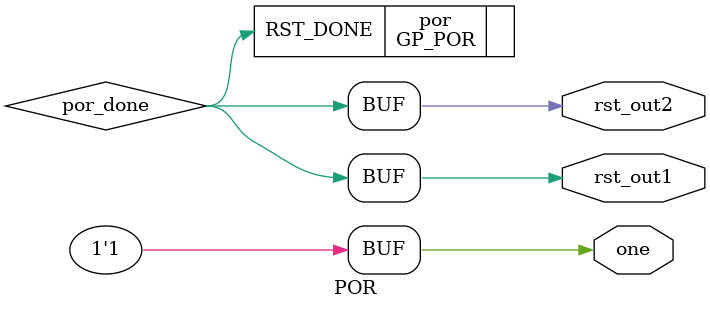
<source format=v>
/***********************************************************************************************************************
 * Copyright (C) 2016 Andrew Zonenberg and contributors                                                                *
 *                                                                                                                     *
 * This program is free software; you can redistribute it and/or modify it under the terms of the GNU Lesser General   *
 * Public License as published by the Free Software Foundation; either version 2.1 of the License, or (at your option) *
 * any later version.                                                                                                  *
 *                                                                                                                     *
 * This program is distributed in the hope that it will be useful, but WITHOUT ANY WARRANTY; without even the implied  *
 * warranty of MERCHANTABILITY or FITNESS FOR A PARTICULAR PURPOSE.  See the GNU Lesser General Public License for     *
 * more details.                                                                                                       *
 *                                                                                                                     *
 * You should have received a copy of the GNU Lesser General Public License along with this program; if not, you may   *
 * find one here:                                                                                                      *
 * https://www.gnu.org/licenses/old-licenses/lgpl-2.1.txt                                                              *
 * or you may search the http://www.gnu.org website for the version 2.1 license, or you may write to the Free Software *
 * Foundation, Inc., 51 Franklin Street, Fifth Floor, Boston, MA  02110-1301, USA                                      *
 **********************************************************************************************************************/

`default_nettype none

/**
	OUTPUTS:
		Pin 8: Power-on reset flag
		Pin 9: Always high
		Pin 10: Power-on reset flag

	TEST PROCEDURE:
		Verify pins 8, 9, and 10 all go high after the device is programmed.

		TODO: is there a good way to characterize timing?
 */
module POR(rst_out1, one, rst_out2);

	////////////////////////////////////////////////////////////////////////////////////////////////////////////////////
	// I/O declarations

	(* LOC = "P8" *)
	output wire rst_out1;

	(* LOC = "P9" *)
	output wire one;

	(* LOC = "P10" *)
	output wire rst_out2;

	////////////////////////////////////////////////////////////////////////////////////////////////////////////////////
	// Reset logic

	//Power-on reset
	wire por_done;
	GP_POR #(
		.POR_TIME(500)
	) por (
		.RST_DONE(por_done)
	);

	assign one = 1'b1;
	assign rst_out1 = por_done;
	assign rst_out2 = por_done;

endmodule

</source>
